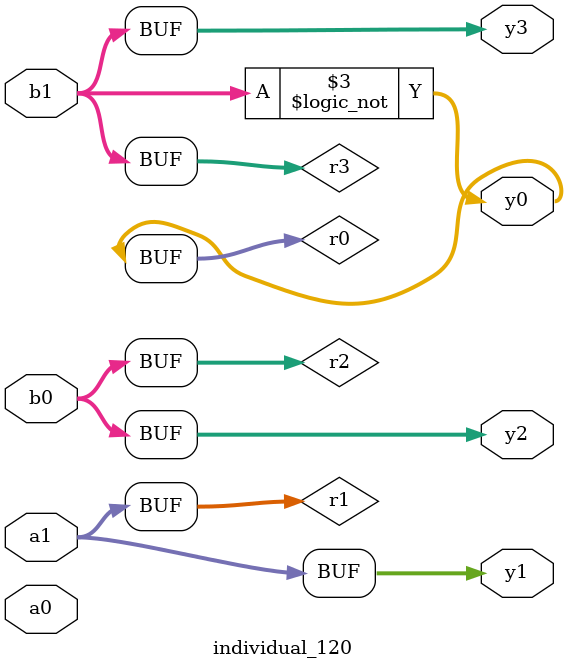
<source format=sv>
module individual_120(input logic [15:0] a1, input logic [15:0] a0, input logic [15:0] b1, input logic [15:0] b0, output logic [15:0] y3, output logic [15:0] y2, output logic [15:0] y1, output logic [15:0] y0);
logic [15:0] r0, r1, r2, r3; 
 always@(*) begin 
	 r0 = a0; r1 = a1; r2 = b0; r3 = b1; 
 	 r0 = ! a1 ;
 	 r0 = ! b1 ;
 	 y3 = r3; y2 = r2; y1 = r1; y0 = r0; 
end
endmodule
</source>
